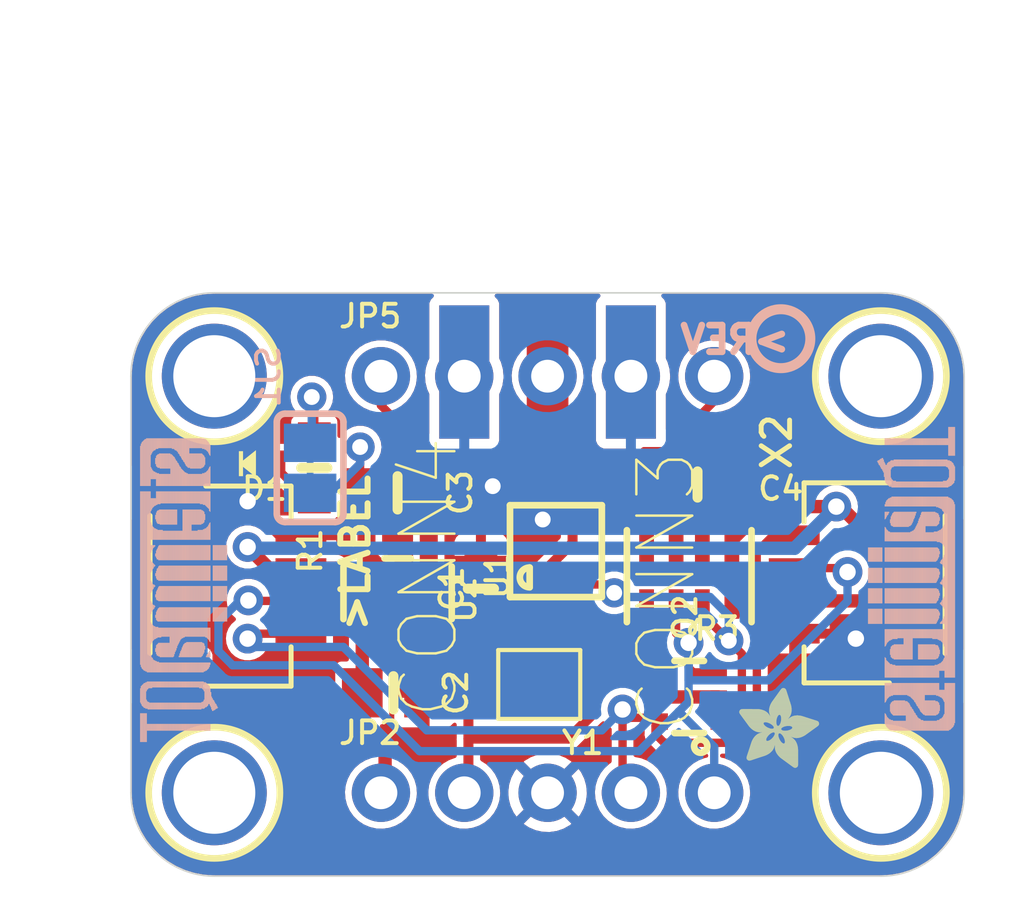
<source format=kicad_pcb>
(kicad_pcb (version 20211014) (generator pcbnew)
  (layers (0 "F.Cu" signal) (31 "B.Cu" signal) (34 "B.Paste" user) (35 "F.Paste" user) (36 "B.SilkS" user "B.Silkscreen") (37 "F.SilkS" user "F.Silkscreen") (38 "B.Mask" user) (39 "F.Mask" user) (44 "Edge.Cuts" user))
  (net 0 "")
  (net 1 "GND")
  (net 2 "SDA")
  (net 3 "SCL")
  (net 4 "SCL_3V")
  (net 5 "SDA_3V")
  (net 6 "3.3V")
  (net 7 "VCC")
  (net 8 "N$1")
  (net 9 "N$2")
  (net 10 "N$3")
  (net 11 "N$4")
  (net 12 "CLK2")
  (net 13 "CLK1")
  (net 14 "CLK0")
  (footprint "eagleBoard:MOUNTINGHOLE_2.5_PLATED" (layer "F.Cu") (at 138.3411 98.6536)
    (fp_text reference "U$1" hide)
    (fp_text value "MOUNTINGHOLE2.5" hide)
    (pad "P$1" thru_hole circle (at 0 0) (size 3.2 3.2) (drill 2.5) (layers *.Cu *.Mask))
    (zone (net 0) (net_name "") (layer "F.Cu") (connect_pads (clearance 0)) (min_thickness 0.254)
      (keepout (tracks not_allowed) (vias not_allowed) (pads not_allowed) (copperpour not_allowed) (footprints allowed))
      (fill (thermal_gap 0.508) (thermal_bridge_width 0.508))
      (polygon (pts (xy 140.3571 98.6536) (xy 140.326472 98.303525) (xy 140.23552 97.964087) (xy 140.087007 97.6456) (xy 139.885446 97.35774) (xy 139.63696 97.109254) (xy 139.3491 96.907693) (xy 139.030613 96.75918) (xy 138.691175 96.668228) (xy 138.3411 96.6376) (xy 137.991025 96.668228) (xy 137.651587 96.75918) (xy 137.3331 96.907693) (xy 137.04524 97.109254) (xy 136.796754 97.35774) (xy 136.595193 97.6456) (xy 136.44668 97.964087) (xy 136.355728 98.303525) (xy 136.3251 98.6536) (xy 136.355728 99.003675) (xy 136.44668 99.343113) (xy 136.595193 99.6616) (xy 136.796754 99.94946) (xy 137.04524 100.197946) (xy 137.3331 100.399507) (xy 137.651587 100.54802) (xy 137.991025 100.638972) (xy 138.3411 100.6696) (xy 138.691175 100.638972) (xy 139.030613 100.54802) (xy 139.3491 100.399507) (xy 139.63696 100.197946) (xy 139.885446 99.94946) (xy 140.087007 99.6616) (xy 140.23552 99.343113) (xy 140.326472 99.003675)))
      (polygon (pts (xy 138.3251 98.6536) (xy 138.325343 98.656378) (xy 138.326065 98.659072) (xy 138.327244 98.6616) (xy 138.328843 98.663885) (xy 138.330815 98.665857) (xy 138.3331 98.667456) (xy 138.335628 98.668635) (xy 138.338322 98.669357) (xy 138.3411 98.6696) (xy 138.343878 98.669357) (xy 138.346572 98.668635) (xy 138.3491 98.667456) (xy 138.351385 98.665857) (xy 138.353357 98.663885) (xy 138.354956 98.6616) (xy 138.356135 98.659072) (xy 138.356857 98.656378) (xy 138.3571 98.6536) (xy 138.356857 98.650822) (xy 138.356135 98.648128) (xy 138.354956 98.6456) (xy 138.353357 98.643315) (xy 138.351385 98.641343) (xy 138.3491 98.639744) (xy 138.346572 98.638565) (xy 138.343878 98.637843) (xy 138.3411 98.6376) (xy 138.338322 98.637843) (xy 138.335628 98.638565) (xy 138.3331 98.639744) (xy 138.330815 98.641343) (xy 138.328843 98.643315) (xy 138.327244 98.6456) (xy 138.326065 98.648128) (xy 138.325343 98.650822)))
    )
    (zone (net 0) (net_name "") (layer "B.Cu") (connect_pads (clearance 0)) (min_thickness 0.254)
      (keepout (tracks not_allowed) (vias not_allowed) (pads not_allowed) (copperpour not_allowed) (footprints allowed))
      (fill (thermal_gap 0.508) (thermal_bridge_width 0.508))
      (polygon (pts (xy 140.3571 98.6536) (xy 140.326472 98.303525) (xy 140.23552 97.964087) (xy 140.087007 97.6456) (xy 139.885446 97.35774) (xy 139.63696 97.109254) (xy 139.3491 96.907693) (xy 139.030613 96.75918) (xy 138.691175 96.668228) (xy 138.3411 96.6376) (xy 137.991025 96.668228) (xy 137.651587 96.75918) (xy 137.3331 96.907693) (xy 137.04524 97.109254) (xy 136.796754 97.35774) (xy 136.595193 97.6456) (xy 136.44668 97.964087) (xy 136.355728 98.303525) (xy 136.3251 98.6536) (xy 136.355728 99.003675) (xy 136.44668 99.343113) (xy 136.595193 99.6616) (xy 136.796754 99.94946) (xy 137.04524 100.197946) (xy 137.3331 100.399507) (xy 137.651587 100.54802) (xy 137.991025 100.638972) (xy 138.3411 100.6696) (xy 138.691175 100.638972) (xy 139.030613 100.54802) (xy 139.3491 100.399507) (xy 139.63696 100.197946) (xy 139.885446 99.94946) (xy 140.087007 99.6616) (xy 140.23552 99.343113) (xy 140.326472 99.003675)))
      (polygon (pts (xy 138.3251 98.6536) (xy 138.325343 98.656378) (xy 138.326065 98.659072) (xy 138.327244 98.6616) (xy 138.328843 98.663885) (xy 138.330815 98.665857) (xy 138.3331 98.667456) (xy 138.335628 98.668635) (xy 138.338322 98.669357) (xy 138.3411 98.6696) (xy 138.343878 98.669357) (xy 138.346572 98.668635) (xy 138.3491 98.667456) (xy 138.351385 98.665857) (xy 138.353357 98.663885) (xy 138.354956 98.6616) (xy 138.356135 98.659072) (xy 138.356857 98.656378) (xy 138.3571 98.6536) (xy 138.356857 98.650822) (xy 138.356135 98.648128) (xy 138.354956 98.6456) (xy 138.353357 98.643315) (xy 138.351385 98.641343) (xy 138.3491 98.639744) (xy 138.346572 98.638565) (xy 138.343878 98.637843) (xy 138.3411 98.6376) (xy 138.338322 98.637843) (xy 138.335628 98.638565) (xy 138.3331 98.639744) (xy 138.330815 98.641343) (xy 138.328843 98.643315) (xy 138.327244 98.6456) (xy 138.326065 98.648128) (xy 138.325343 98.650822)))
    )
  )
  (footprint "eagleBoard:PLABEL4" (layer "F.Cu") (at 153.7081 113.0046)
    (fp_text reference "PLABEL4" hide)
    (fp_text value "" hide)
  )
  (footprint "eagleBoard:PLABEL8" (layer "F.Cu") (at 146.2151 101.3206)
    (fp_text reference "PLABEL8" hide)
    (fp_text value "" hide)
  )
  (footprint "eagleBoard:JST_SH4" (layer "F.Cu") (at 158.0261 105.0036 90)
    (fp_text reference "CONN3" (at -4.6 -5.9 90) (layer "F.SilkS") (effects (font (size 1.703222 1.703222) (thickness 0.074778)) (justify left)))
    (fp_text value "STEMMA_I2C_QT" hide)
    (pad "1" smd rect (at -1.5 -2.006 180) (size 1.55 0.6) (layers "F.Cu" "F.Paste" "F.Mask") (net 1 "GND"))
    (pad "2" smd rect (at -0.5 -2.006 180) (size 1.55 0.6) (layers "F.Cu" "F.Paste" "F.Mask") (net 7 "VCC"))
    (pad "3" smd rect (at 0.5 -2.006 180) (size 1.55 0.6) (layers "F.Cu" "F.Paste" "F.Mask") (net 2 "SDA"))
    (pad "4" smd rect (at 1.5 -2.006 180) (size 1.55 0.6) (layers "F.Cu" "F.Paste" "F.Mask") (net 3 "SCL"))
    (pad "MT1" smd rect (at -2.8 1.894 180) (size 1.8 1.2) (layers "F.Cu" "F.Paste" "F.Mask") (net 1 "GND"))
    (pad "MT2" smd rect (at 2.8 1.894 180) (size 1.8 1.2) (layers "F.Cu" "F.Paste" "F.Mask") (net 1 "GND"))
  )
  (footprint "eagleBoard:0603-NO" (layer "F.Cu") (at 141.3891 101.4476 -90)
    (fp_text reference "R1" (at 1.778 0.127 90) (layer "F.SilkS") (effects (font (size 0.692831 0.692831) (thickness 0.119969)) (justify right)))
    (fp_text value "10K")
    (pad "1" smd rect (at -0.85 0 270) (size 1.075 1) (layers "F.Cu" "F.Paste" "F.Mask") (net 9 "N$2"))
    (pad "2" smd rect (at 0.85 0 270) (size 1.075 1) (layers "F.Cu" "F.Paste" "F.Mask") (net 8 "N$1"))
  )
  (footprint "eagleBoard:FIDUCIAL_1MM" (layer "F.Cu") (at 140.7541 108.6866)
    (fp_text reference "FID3" hide)
    (fp_text value "FIDUCIAL_1MM" hide)
    (pad "1" smd roundrect (at 0 0) (size 1 1) (layers "F.Cu" "F.Mask") (roundrect_rratio 0.5))
  )
  (footprint "eagleBoard:FIDUCIAL_1MM" (layer "F.Cu") (at 155.8671 97.1296)
    (fp_text reference "FID4" hide)
    (fp_text value "FIDUCIAL_1MM" hide)
    (pad "1" smd roundrect (at 0 0) (size 1 1) (layers "F.Cu" "F.Mask") (roundrect_rratio 0.5))
  )
  (footprint "eagleBoard:1X05_ROUND_70" (layer "F.Cu") (at 148.5011 111.3536)
    (fp_text reference "JP2" (at -6.4262 -1.8288) (layer "F.SilkS") (effects (font (size 0.692831 0.692831) (thickness 0.119969)) (justify left)))
    (fp_text value "")
    (pad "1" thru_hole circle (at -5.08 0 90) (size 1.778 1.778) (drill 1) (layers *.Cu *.Mask) (net 7 "VCC"))
    (pad "2" thru_hole circle (at -2.54 0 90) (size 1.778 1.778) (drill 1) (layers *.Cu *.Mask) (net 6 "3.3V"))
    (pad "3" thru_hole circle (at 0 0 90) (size 1.778 1.778) (drill 1) (layers *.Cu *.Mask) (net 1 "GND"))
    (pad "4" thru_hole circle (at 2.54 0 90) (size 1.778 1.778) (drill 1) (layers *.Cu *.Mask) (net 3 "SCL"))
    (pad "5" thru_hole circle (at 5.08 0 90) (size 1.778 1.778) (drill 1) (layers *.Cu *.Mask) (net 2 "SDA"))
  )
  (footprint "eagleBoard:0603-NO" (layer "F.Cu") (at 146.4691 105.1306 90)
    (fp_text reference "C1" (at -0.762 -0.889 90) (layer "F.SilkS") (effects (font (size 0.692831 0.692831) (thickness 0.119969)) (justify left)))
    (fp_text value "0.47uF")
    (pad "1" smd rect (at -0.85 0 90) (size 1.075 1) (layers "F.Cu" "F.Paste" "F.Mask") (net 6 "3.3V"))
    (pad "2" smd rect (at 0.85 0 90) (size 1.075 1) (layers "F.Cu" "F.Paste" "F.Mask") (net 1 "GND"))
  )
  (footprint "eagleBoard:PLABEL6" (layer "F.Cu") (at 143.2941 100.3046)
    (fp_text reference "PLABEL6" hide)
    (fp_text value "" hide)
  )
  (footprint "eagleBoard:SOT23-5" (layer "F.Cu") (at 143.9291 105.2576)
    (fp_text reference "U2" (at 2.032 -0.562 90) (layer "F.SilkS") (effects (font (size 0.692831 0.692831) (thickness 0.119969)) (justify right)))
    (fp_text value "AP2127K-3.3")
    (pad "1" smd rect (at -0.95 1.3001) (size 0.55 1.2) (layers "F.Cu" "F.Paste" "F.Mask") (net 7 "VCC"))
    (pad "2" smd rect (at 0 1.3001) (size 0.55 1.2) (layers "F.Cu" "F.Paste" "F.Mask") (net 1 "GND"))
    (pad "3" smd rect (at 0.95 1.3001) (size 0.55 1.2) (layers "F.Cu" "F.Paste" "F.Mask") (net 7 "VCC"))
    (pad "4" smd rect (at 0.95 -1.3001) (size 0.55 1.2) (layers "F.Cu" "F.Paste" "F.Mask"))
    (pad "5" smd rect (at -0.95 -1.3001) (size 0.55 1.2) (layers "F.Cu" "F.Paste" "F.Mask") (net 6 "3.3V"))
  )
  (footprint "eagleBoard:PLABEL3" (layer "F.Cu") (at 150.6601 109.7026)
    (fp_text reference "PLABEL3" hide)
    (fp_text value "" hide)
  )
  (footprint "eagleBoard:CRYSTAL_2X1.6" (layer "F.Cu") (at 148.2471 108.0516 180)
    (fp_text reference "Y1" (at -2.032 -1.778) (layer "F.SilkS") (effects (font (size 0.692831 0.692831) (thickness 0.119969)) (justify right)))
    (fp_text value "25MHz - Seiko Q22FA1280056900")
    (pad "1" smd rect (at -0.675 0.5 180) (size 0.75 0.7) (layers "F.Cu" "F.Paste" "F.Mask") (net 10 "N$3"))
    (pad "2" smd rect (at 0.675 0.5 180) (size 0.75 0.7) (layers "F.Cu" "F.Paste" "F.Mask"))
    (pad "3" smd rect (at 0.675 -0.5 180) (size 0.75 0.7) (layers "F.Cu" "F.Paste" "F.Mask") (net 11 "N$4"))
    (pad "4" smd rect (at -0.675 -0.5 180) (size 0.75 0.7) (layers "F.Cu" "F.Paste" "F.Mask"))
  )
  (footprint "eagleBoard:MOUNTINGHOLE_2.5_PLATED" (layer "F.Cu") (at 158.6611 98.6536)
    (fp_text reference "U$17" hide)
    (fp_text value "MOUNTINGHOLE2.5" hide)
    (pad "P$1" thru_hole circle (at 0 0) (size 3.2 3.2) (drill 2.5) (layers *.Cu *.Mask))
    (zone (net 0) (net_name "") (layer "F.Cu") (connect_pads (clearance 0)) (min_thickness 0.254)
      (keepout (tracks not_allowed) (vias not_allowed) (pads not_allowed) (copperpour not_allowed) (footprints allowed))
      (fill (thermal_gap 0.508) (thermal_bridge_width 0.508))
      (polygon (pts (xy 160.6771 98.6536) (xy 160.646472 98.303525) (xy 160.55552 97.964087) (xy 160.407007 97.6456) (xy 160.205446 97.35774) (xy 159.95696 97.109254) (xy 159.6691 96.907693) (xy 159.350613 96.75918) (xy 159.011175 96.668228) (xy 158.6611 96.6376) (xy 158.311025 96.668228) (xy 157.971587 96.75918) (xy 157.6531 96.907693) (xy 157.36524 97.109254) (xy 157.116754 97.35774) (xy 156.915193 97.6456) (xy 156.76668 97.964087) (xy 156.675728 98.303525) (xy 156.6451 98.6536) (xy 156.675728 99.003675) (xy 156.76668 99.343113) (xy 156.915193 99.6616) (xy 157.116754 99.94946) (xy 157.36524 100.197946) (xy 157.6531 100.399507) (xy 157.971587 100.54802) (xy 158.311025 100.638972) (xy 158.6611 100.6696) (xy 159.011175 100.638972) (xy 159.350613 100.54802) (xy 159.6691 100.399507) (xy 159.95696 100.197946) (xy 160.205446 99.94946) (xy 160.407007 99.6616) (xy 160.55552 99.343113) (xy 160.646472 99.003675)))
      (polygon (pts (xy 158.6451 98.6536) (xy 158.645343 98.656378) (xy 158.646065 98.659072) (xy 158.647244 98.6616) (xy 158.648843 98.663885) (xy 158.650815 98.665857) (xy 158.6531 98.667456) (xy 158.655628 98.668635) (xy 158.658322 98.669357) (xy 158.6611 98.6696) (xy 158.663878 98.669357) (xy 158.666572 98.668635) (xy 158.6691 98.667456) (xy 158.671385 98.665857) (xy 158.673357 98.663885) (xy 158.674956 98.6616) (xy 158.676135 98.659072) (xy 158.676857 98.656378) (xy 158.6771 98.6536) (xy 158.676857 98.650822) (xy 158.676135 98.648128) (xy 158.674956 98.6456) (xy 158.673357 98.643315) (xy 158.671385 98.641343) (xy 158.6691 98.639744) (xy 158.666572 98.638565) (xy 158.663878 98.637843) (xy 158.6611 98.6376) (xy 158.658322 98.637843) (xy 158.655628 98.638565) (xy 158.6531 98.639744) (xy 158.650815 98.641343) (xy 158.648843 98.643315) (xy 158.647244 98.6456) (xy 158.646065 98.648128) (xy 158.645343 98.650822)))
    )
    (zone (net 0) (net_name "") (layer "B.Cu") (connect_pads (clearance 0)) (min_thickness 0.254)
      (keepout (tracks not_allowed) (vias not_allowed) (pads not_allowed) (copperpour not_allowed) (footprints allowed))
      (fill (thermal_gap 0.508) (thermal_bridge_width 0.508))
      (polygon (pts (xy 160.6771 98.6536) (xy 160.646472 98.303525) (xy 160.55552 97.964087) (xy 160.407007 97.6456) (xy 160.205446 97.35774) (xy 159.95696 97.109254) (xy 159.6691 96.907693) (xy 159.350613 96.75918) (xy 159.011175 96.668228) (xy 158.6611 96.6376) (xy 158.311025 96.668228) (xy 157.971587 96.75918) (xy 157.6531 96.907693) (xy 157.36524 97.109254) (xy 157.116754 97.35774) (xy 156.915193 97.6456) (xy 156.76668 97.964087) (xy 156.675728 98.303525) (xy 156.6451 98.6536) (xy 156.675728 99.003675) (xy 156.76668 99.343113) (xy 156.915193 99.6616) (xy 157.116754 99.94946) (xy 157.36524 100.197946) (xy 157.6531 100.399507) (xy 157.971587 100.54802) (xy 158.311025 100.638972) (xy 158.6611 100.6696) (xy 159.011175 100.638972) (xy 159.350613 100.54802) (xy 159.6691 100.399507) (xy 159.95696 100.197946) (xy 160.205446 99.94946) (xy 160.407007 99.6616) (xy 160.55552 99.343113) (xy 160.646472 99.003675)))
      (polygon (pts (xy 158.6451 98.6536) (xy 158.645343 98.656378) (xy 158.646065 98.659072) (xy 158.647244 98.6616) (xy 158.648843 98.663885) (xy 158.650815 98.665857) (xy 158.6531 98.667456) (xy 158.655628 98.668635) (xy 158.658322 98.669357) (xy 158.6611 98.6696) (xy 158.663878 98.669357) (xy 158.666572 98.668635) (xy 158.6691 98.667456) (xy 158.671385 98.665857) (xy 158.673357 98.663885) (xy 158.674956 98.6616) (xy 158.676135 98.659072) (xy 158.676857 98.656378) (xy 158.6771 98.6536) (xy 158.676857 98.650822) (xy 158.676135 98.648128) (xy 158.674956 98.6456) (xy 158.673357 98.643315) (xy 158.671385 98.641343) (xy 158.6691 98.639744) (xy 158.666572 98.638565) (xy 158.663878 98.637843) (xy 158.6611 98.6376) (xy 158.658322 98.637843) (xy 158.655628 98.638565) (xy 158.6531 98.639744) (xy 158.650815 98.641343) (xy 158.648843 98.643315) (xy 158.647244 98.6456) (xy 158.646065 98.648128) (xy 158.645343 98.650822)))
    )
  )
  (footprint "eagleBoard:MOUNTINGHOLE_2.5_PLATED" (layer "F.Cu") (at 138.3411 111.3536)
    (fp_text reference "U$19" hide)
    (fp_text value "MOUNTINGHOLE2.5" hide)
    (pad "P$1" thru_hole circle (at 0 0) (size 3.2 3.2) (drill 2.5) (layers *.Cu *.Mask))
    (zone (net 0) (net_name "") (layer "F.Cu") (connect_pads (clearance 0)) (min_thickness 0.254)
      (keepout (tracks not_allowed) (vias not_allowed) (pads not_allowed) (copperpour not_allowed) (footprints allowed))
      (fill (thermal_gap 0.508) (thermal_bridge_width 0.508))
      (polygon (pts (xy 140.3571 111.3536) (xy 140.326472 111.003525) (xy 140.23552 110.664087) (xy 140.087007 110.3456) (xy 139.885446 110.05774) (xy 139.63696 109.809254) (xy 139.3491 109.607693) (xy 139.030613 109.45918) (xy 138.691175 109.368228) (xy 138.3411 109.3376) (xy 137.991025 109.368228) (xy 137.651587 109.45918) (xy 137.3331 109.607693) (xy 137.04524 109.809254) (xy 136.796754 110.05774) (xy 136.595193 110.3456) (xy 136.44668 110.664087) (xy 136.355728 111.003525) (xy 136.3251 111.3536) (xy 136.355728 111.703675) (xy 136.44668 112.043113) (xy 136.595193 112.3616) (xy 136.796754 112.64946) (xy 137.04524 112.897946) (xy 137.3331 113.099507) (xy 137.651587 113.24802) (xy 137.991025 113.338972) (xy 138.3411 113.3696) (xy 138.691175 113.338972) (xy 139.030613 113.24802) (xy 139.3491 113.099507) (xy 139.63696 112.897946) (xy 139.885446 112.64946) (xy 140.087007 112.3616) (xy 140.23552 112.043113) (xy 140.326472 111.703675)))
      (polygon (pts (xy 138.3251 111.3536) (xy 138.325343 111.356378) (xy 138.326065 111.359072) (xy 138.327244 111.3616) (xy 138.328843 111.363885) (xy 138.330815 111.365857) (xy 138.3331 111.367456) (xy 138.335628 111.368635) (xy 138.338322 111.369357) (xy 138.3411 111.3696) (xy 138.343878 111.369357) (xy 138.346572 111.368635) (xy 138.3491 111.367456) (xy 138.351385 111.365857) (xy 138.353357 111.363885) (xy 138.354956 111.3616) (xy 138.356135 111.359072) (xy 138.356857 111.356378) (xy 138.3571 111.3536) (xy 138.356857 111.350822) (xy 138.356135 111.348128) (xy 138.354956 111.3456) (xy 138.353357 111.343315) (xy 138.351385 111.341343) (xy 138.3491 111.339744) (xy 138.346572 111.338565) (xy 138.343878 111.337843) (xy 138.3411 111.3376) (xy 138.338322 111.337843) (xy 138.335628 111.338565) (xy 138.3331 111.339744) (xy 138.330815 111.341343) (xy 138.328843 111.343315) (xy 138.327244 111.3456) (xy 138.326065 111.348128) (xy 138.325343 111.350822)))
    )
    (zone (net 0) (net_name "") (layer "B.Cu") (connect_pads (clearance 0)) (min_thickness 0.254)
      (keepout (tracks not_allowed) (vias not_allowed) (pads not_allowed) (copperpour not_allowed) (footprints allowed))
      (fill (thermal_gap 0.508) (thermal_bridge_width 0.508))
      (polygon (pts (xy 140.3571 111.3536) (xy 140.326472 111.003525) (xy 140.23552 110.664087) (xy 140.087007 110.3456) (xy 139.885446 110.05774) (xy 139.63696 109.809254) (xy 139.3491 109.607693) (xy 139.030613 109.45918) (xy 138.691175 109.368228) (xy 138.3411 109.3376) (xy 137.991025 109.368228) (xy 137.651587 109.45918) (xy 137.3331 109.607693) (xy 137.04524 109.809254) (xy 136.796754 110.05774) (xy 136.595193 110.3456) (xy 136.44668 110.664087) (xy 136.355728 111.003525) (xy 136.3251 111.3536) (xy 136.355728 111.703675) (xy 136.44668 112.043113) (xy 136.595193 112.3616) (xy 136.796754 112.64946) (xy 137.04524 112.897946) (xy 137.3331 113.099507) (xy 137.651587 113.24802) (xy 137.991025 113.338972) (xy 138.3411 113.3696) (xy 138.691175 113.338972) (xy 139.030613 113.24802) (xy 139.3491 113.099507) (xy 139.63696 112.897946) (xy 139.885446 112.64946) (xy 140.087007 112.3616) (xy 140.23552 112.043113) (xy 140.326472 111.703675)))
      (polygon (pts (xy 138.3251 111.3536) (xy 138.325343 111.356378) (xy 138.326065 111.359072) (xy 138.327244 111.3616) (xy 138.328843 111.363885) (xy 138.330815 111.365857) (xy 138.3331 111.367456) (xy 138.335628 111.368635) (xy 138.338322 111.369357) (xy 138.3411 111.3696) (xy 138.343878 111.369357) (xy 138.346572 111.368635) (xy 138.3491 111.367456) (xy 138.351385 111.365857) (xy 138.353357 111.363885) (xy 138.354956 111.3616) (xy 138.356135 111.359072) (xy 138.356857 111.356378) (xy 138.3571 111.3536) (xy 138.356857 111.350822) (xy 138.356135 111.348128) (xy 138.354956 111.3456) (xy 138.353357 111.343315) (xy 138.351385 111.341343) (xy 138.3491 111.339744) (xy 138.346572 111.338565) (xy 138.343878 111.337843) (xy 138.3411 111.3376) (xy 138.338322 111.337843) (xy 138.335628 111.338565) (xy 138.3331 111.339744) (xy 138.330815 111.341343) (xy 138.328843 111.343315) (xy 138.327244 111.3456) (xy 138.326065 111.348128) (xy 138.325343 111.350822)))
    )
  )
  (footprint "eagleBoard:ADAFRUIT_2.5MM" (layer "F.Cu") (at 154.3431 110.5916)
    (fp_text reference "U$9" hide)
    (fp_text value "" hide)
  )
  (footprint "eagleBoard:MOUNTINGHOLE_2.5_PLATED" (layer "F.Cu") (at 158.6611 111.3536)
    (fp_text reference "U$21" hide)
    (fp_text value "MOUNTINGHOLE2.5" hide)
    (pad "P$1" thru_hole circle (at 0 0) (size 3.2 3.2) (drill 2.5) (layers *.Cu *.Mask))
    (zone (net 0) (net_name "") (layer "F.Cu") (connect_pads (clearance 0)) (min_thickness 0.254)
      (keepout (tracks not_allowed) (vias not_allowed) (pads not_allowed) (copperpour not_allowed) (footprints allowed))
      (fill (thermal_gap 0.508) (thermal_bridge_width 0.508))
      (polygon (pts (xy 160.6771 111.3536) (xy 160.646472 111.003525) (xy 160.55552 110.664087) (xy 160.407007 110.3456) (xy 160.205446 110.05774) (xy 159.95696 109.809254) (xy 159.6691 109.607693) (xy 159.350613 109.45918) (xy 159.011175 109.368228) (xy 158.6611 109.3376) (xy 158.311025 109.368228) (xy 157.971587 109.45918) (xy 157.6531 109.607693) (xy 157.36524 109.809254) (xy 157.116754 110.05774) (xy 156.915193 110.3456) (xy 156.76668 110.664087) (xy 156.675728 111.003525) (xy 156.6451 111.3536) (xy 156.675728 111.703675) (xy 156.76668 112.043113) (xy 156.915193 112.3616) (xy 157.116754 112.64946) (xy 157.36524 112.897946) (xy 157.6531 113.099507) (xy 157.971587 113.24802) (xy 158.311025 113.338972) (xy 158.6611 113.3696) (xy 159.011175 113.338972) (xy 159.350613 113.24802) (xy 159.6691 113.099507) (xy 159.95696 112.897946) (xy 160.205446 112.64946) (xy 160.407007 112.3616) (xy 160.55552 112.043113) (xy 160.646472 111.703675)))
      (polygon (pts (xy 158.6451 111.3536) (xy 158.645343 111.356378) (xy 158.646065 111.359072) (xy 158.647244 111.3616) (xy 158.648843 111.363885) (xy 158.650815 111.365857) (xy 158.6531 111.367456) (xy 158.655628 111.368635) (xy 158.658322 111.369357) (xy 158.6611 111.3696) (xy 158.663878 111.369357) (xy 158.666572 111.368635) (xy 158.6691 111.367456) (xy 158.671385 111.365857) (xy 158.673357 111.363885) (xy 158.674956 111.3616) (xy 158.676135 111.359072) (xy 158.676857 111.356378) (xy 158.6771 111.3536) (xy 158.676857 111.350822) (xy 158.676135 111.348128) (xy 158.674956 111.3456) (xy 158.673357 111.343315) (xy 158.671385 111.341343) (xy 158.6691 111.339744) (xy 158.666572 111.338565) (xy 158.663878 111.337843) (xy 158.6611 111.3376) (xy 158.658322 111.337843) (xy 158.655628 111.338565) (xy 158.6531 111.339744) (xy 158.650815 111.341343) (xy 158.648843 111.343315) (xy 158.647244 111.3456) (xy 158.646065 111.348128) (xy 158.645343 111.350822)))
    )
    (zone (net 0) (net_name "") (layer "B.Cu") (connect_pads (clearance 0)) (min_thickness 0.254)
      (keepout (tracks not_allowed) (vias not_allowed) (pads not_allowed) (copperpour not_allowed) (footprints allowed))
      (fill (thermal_gap 0.508) (thermal_bridge_width 0.508))
      (polygon (pts (xy 160.6771 111.3536) (xy 160.646472 111.003525) (xy 160.55552 110.664087) (xy 160.407007 110.3456) (xy 160.205446 110.05774) (xy 159.95696 109.809254) (xy 159.6691 109.607693) (xy 159.350613 109.45918) (xy 159.011175 109.368228) (xy 158.6611 109.3376) (xy 158.311025 109.368228) (xy 157.971587 109.45918) (xy 157.6531 109.607693) (xy 157.36524 109.809254) (xy 157.116754 110.05774) (xy 156.915193 110.3456) (xy 156.76668 110.664087) (xy 156.675728 111.003525) (xy 156.6451 111.3536) (xy 156.675728 111.703675) (xy 156.76668 112.043113) (xy 156.915193 112.3616) (xy 157.116754 112.64946) (xy 157.36524 112.897946) (xy 157.6531 113.099507) (xy 157.971587 113.24802) (xy 158.311025 113.338972) (xy 158.6611 113.3696) (xy 159.011175 113.338972) (xy 159.350613 113.24802) (xy 159.6691 113.099507) (xy 159.95696 112.897946) (xy 160.205446 112.64946) (xy 160.407007 112.3616) (xy 160.55552 112.043113) (xy 160.646472 111.703675)))
      (polygon (pts (xy 158.6451 111.3536) (xy 158.645343 111.356378) (xy 158.646065 111.359072) (xy 158.647244 111.3616) (xy 158.648843 111.363885) (xy 158.650815 111.365857) (xy 158.6531 111.367456) (xy 158.655628 111.368635) (xy 158.658322 111.369357) (xy 158.6611 111.3696) (xy 158.663878 111.369357) (xy 158.666572 111.368635) (xy 158.6691 111.367456) (xy 158.671385 111.365857) (xy 158.673357 111.363885) (xy 158.674956 111.3616) (xy 158.676135 111.359072) (xy 158.676857 111.356378) (xy 158.6771 111.3536) (xy 158.676857 111.350822) (xy 158.676135 111.348128) (xy 158.674956 111.3456) (xy 158.673357 111.343315) (xy 158.671385 111.341343) (xy 158.6691 111.339744) (xy 158.666572 111.338565) (xy 158.663878 111.337843) (xy 158.6611 111.3376) (xy 158.658322 111.337843) (xy 158.655628 111.338565) (xy 158.6531 111.339744) (xy 158.650815 111.341343) (xy 158.648843 111.343315) (xy 158.647244 111.3456) (xy 158.646065 111.348128) (xy 158.645343 111.350822)))
    )
  )
  (footprint "eagleBoard:RESPACK_4X0603" (layer "F.Cu") (at 152.8191 104.7496 180)
    (fp_text reference "R3" (at -1.6 -1.6) (layer "F.SilkS") (effects (font (size 0.692831 0.692831) (thickness 0.119969)) (justify right)))
    (fp_text value "10K pack")
    (pad "1" smd rect (at -1.3 0.85 180) (size 0.45 0.9) (layers "F.Cu" "F.Paste" "F.Mask") (net 7 "VCC"))
    (pad "2" smd rect (at -0.4 0.85 180) (size 0.45 0.9) (layers "F.Cu" "F.Paste" "F.Mask") (net 6 "3.3V"))
    (pad "3" smd rect (at 0.4 0.85 180) (size 0.45 0.9) (layers "F.Cu" "F.Paste" "F.Mask") (net 7 "VCC"))
    (pad "4" smd rect (at 1.3 0.85 180) (size 0.45 0.9) (layers "F.Cu" "F.Paste" "F.Mask") (net 6 "3.3V"))
    (pad "5" smd rect (at 1.3 -0.85 180) (size 0.45 0.9) (layers "F.Cu" "F.Paste" "F.Mask") (net 5 "SDA_3V"))
    (pad "6" smd rect (at 0.4 -0.85 180) (size 0.45 0.9) (layers "F.Cu" "F.Paste" "F.Mask") (net 2 "SDA"))
    (pad "7" smd rect (at -0.4 -0.85 180) (size 0.45 0.9) (layers "F.Cu" "F.Paste" "F.Mask") (net 4 "SCL_3V"))
    (pad "8" smd rect (at -1.3 -0.85 180) (size 0.45 0.9) (layers "F.Cu" "F.Paste" "F.Mask") (net 3 "SCL"))
  )
  (footprint "eagleBoard:SOT363" (layer "F.Cu") (at 152.8191 108.4326 90)
    (fp_text reference "Q2" (at 1.651 -0.127 90) (layer "F.SilkS") (effects (font (size 0.692831 0.692831) (thickness 0.119969)) (justify left)))
    (fp_text value "BSS138")
    (pad "1" smd rect (at -0.75 0.9 90) (size 0.5 0.5) (layers "F.Cu" "F.Paste" "F.Mask") (net 4 "SCL_3V"))
    (pad "2" smd rect (at 0 0.9 90) (size 0.4 0.5) (layers "F.Cu" "F.Paste" "F.Mask") (net 6 "3.3V"))
    (pad "3" smd rect (at 0.75 0.9 90) (size 0.5 0.5) (layers "F.Cu" "F.Paste" "F.Mask") (net 2 "SDA"))
    (pad "4" smd rect (at 0.75 -0.9 90) (size 0.5 0.5) (layers "F.Cu" "F.Paste" "F.Mask") (net 5 "SDA_3V"))
    (pad "5" smd rect (at 0 -0.9 90) (size 0.4 0.5) (layers "F.Cu" "F.Paste" "F.Mask") (net 6 "3.3V"))
    (pad "6" smd rect (at -0.75 -0.9 90) (size 0.5 0.5) (layers "F.Cu" "F.Paste" "F.Mask") (net 3 "SCL"))
  )
  (footprint "eagleBoard:JST_SH4" (layer "F.Cu") (at 138.9761 105.0036 -90)
    (fp_text reference "CONN4" (at -4.6 -5.9 90) (layer "F.SilkS") (effects (font (size 1.703222 1.703222) (thickness 0.074778)) (justify right)))
    (fp_text value "STEMMA_I2C_QT" hide)
    (pad "1" smd rect (at -1.5 -2.006) (size 1.55 0.6) (layers "F.Cu" "F.Paste" "F.Mask") (net 1 "GND"))
    (pad "2" smd rect (at -0.5 -2.006) (size 1.55 0.6) (layers "F.Cu" "F.Paste" "F.Mask") (net 7 "VCC"))
    (pad "3" smd rect (at 0.5 -2.006) (size 1.55 0.6) (layers "F.Cu" "F.Paste" "F.Mask") (net 2 "SDA"))
    (pad "4" smd rect (at 1.5 -2.006) (size 1.55 0.6) (layers "F.Cu" "F.Paste" "F.Mask") (net 3 "SCL"))
    (pad "MT1" smd rect (at -2.8 1.894) (size 1.8 1.2) (layers "F.Cu" "F.Paste" "F.Mask") (net 1 "GND"))
    (pad "MT2" smd rect (at 2.8 1.894) (size 1.8 1.2) (layers "F.Cu" "F.Paste" "F.Mask") (net 1 "GND"))
  )
  (footprint "eagleBoard:0805-NO" (layer "F.Cu") (at 143.8021 108.3056)
    (fp_text reference "C2" (at 1.905 -0.762 90) (layer "F.SilkS") (effects (font (size 0.692831 0.692831) (thickness 0.119969)) (justify right)))
    (fp_text value "10uF")
    (pad "1" smd rect (at -0.95 0) (size 1.24 1.5) (layers "F.Cu" "F.Paste" "F.Mask") (net 7 "VCC"))
    (pad "2" smd rect (at 0.95 0) (size 1.24 1.5) (layers "F.Cu" "F.Paste" "F.Mask") (net 1 "GND"))
  )
  (footprint "eagleBoard:0603-NO" (layer "F.Cu") (at 153.0731 101.9556)
    (fp_text reference "C4" (at 1.778 0.127) (layer "F.SilkS") (effects (font (size 0.692831 0.692831) (thickness 0.119969)) (justify left)))
    (fp_text value "0.47uF")
    (pad "1" smd rect (at -0.85 0) (size 1.075 1) (layers "F.Cu" "F.Paste" "F.Mask") (net 6 "3.3V"))
    (pad "2" smd rect (at 0.85 0) (size 1.075 1) (layers "F.Cu" "F.Paste" "F.Mask") (net 1 "GND"))
  )
  (footprint "eagleBoard:CHIPLED_0603_NOOUTLINE" (layer "F.Cu") (at 139.3571 101.3206 90)
    (fp_text reference "D1" (at -0.762 1.27) (layer "F.SilkS") (effects (font (size 0.692831 0.692831) (thickness 0.119969)) (justify right)))
    (fp_text value "GREEN")
    (pad "A" smd rect (at 0 0.75 90) (size 0.8 0.8) (layers "F.Cu" "F.Paste" "F.Mask") (net 8 "N$1"))
    (pad "C" smd rect (at 0 -0.75 90) (size 0.8 0.8) (layers "F.Cu" "F.Paste" "F.Mask") (net 1 "GND"))
  )
  (footprint "eagleBoard:PLABEL5" (layer "F.Cu") (at 135.9281 101.4476)
    (fp_text reference "PLABEL5" hide)
    (fp_text value "" hide)
  )
  (footprint "eagleBoard:PLABEL0" (layer "F.Cu") (at 143.2941 113.0046)
    (fp_text reference "PLABEL0" hide)
    (fp_text value "" hide)
  )
  (footprint "eagleBoard:1X05_ROUND_70" (layer "F.Cu") (at 148.5011 98.6536)
    (fp_text reference "JP5" (at -6.4262 -1.8288) (layer "F.SilkS") (effects (font (size 0.692831 0.692831) (thickness 0.119969)) (justify left)))
    (fp_text value "")
    (pad "1" thru_hole circle (at -5.08 0 90) (size 1.778 1.778) (drill 1) (layers *.Cu *.Mask) (net 14 "CLK0"))
    (pad "2" thru_hole circle (at -2.54 0 90) (size 1.778 1.778) (drill 1) (layers *.Cu *.Mask) (net 1 "GND"))
    (pad "3" thru_hole circle (at 0 0 90) (size 1.778 1.778) (drill 1) (layers *.Cu *.Mask) (net 13 "CLK1"))
    (pad "4" thru_hole circle (at 2.54 0 90) (size 1.778 1.778) (drill 1) (layers *.Cu *.Mask) (net 1 "GND"))
    (pad "5" thru_hole circle (at 5.08 0 90) (size 1.778 1.778) (drill 1) (layers *.Cu *.Mask) (net 12 "CLK2"))
  )
  (footprint "eagleBoard:PLABEL9" (layer "F.Cu") (at 150.7871 101.3206)
    (fp_text reference "PLABEL9" hide)
    (fp_text value "" hide)
  )
  (footprint "eagleBoard:PLABEL1" (layer "F.Cu") (at 145.9611 109.7026)
    (fp_text reference "PLABEL1" hide)
    (fp_text value "" hide)
  )
  (footprint "eagleBoard:SMA_EDGELAUNCH" (layer "F.Cu") (at 148.5011 96.4946 -90)
    (fp_text reference "X2" (at 5.08 -6.985 90) (layer "F.SilkS") (effects (font (size 0.866038 0.866038) (thickness 0.149962)) (justify left)))
    (fp_text value "SMA")
    (fp_text user ">LABEL" (at 5.08 6.35 -90) (layer "F.SilkS") (effects (font (size 0.83312 0.83312) (thickness 0.18288)) (justify right top)))
    (pad "GND@1" smd rect (at 2.032 2.54) (size 1.524 4.064) (layers "F.Cu" "F.Mask") (net 1 "GND"))
    (pad "GND@2" smd rect (at 2.032 -2.54) (size 1.524 4.064) (layers "F.Cu" "F.Mask") (net 1 "GND"))
    (pad "GND@3" smd rect (at 2.032 -2.54) (size 1.524 4.064) (layers "B.Cu" "B.Mask") (net 1 "GND"))
    (pad "GND@4" smd rect (at 2.032 2.54) (size 1.524 4.064) (layers "B.Cu" "B.Mask") (net 1 "GND"))
    (pad "P" smd rect (at 2.032 0) (size 1.27 4.064) (layers "F.Cu" "F.Mask") (net 13 "CLK1"))
  )
  (footprint "eagleBoard:0805-NO" (layer "F.Cu") (at 143.9291 102.2096)
    (fp_text reference "C3" (at 1.905 -0.762 90) (layer "F.SilkS") (effects (font (size 0.692831 0.692831) (thickness 0.119969)) (justify right)))
    (fp_text value "10uF")
    (pad "1" smd rect (at -0.95 0) (size 1.24 1.5) (layers "F.Cu" "F.Paste" "F.Mask") (net 6 "3.3V"))
    (pad "2" smd rect (at 0.95 0) (size 1.24 1.5) (layers "F.Cu" "F.Paste" "F.Mask") (net 1 "GND"))
  )
  (footprint "eagleBoard:MSOP10" (layer "F.Cu") (at 148.7551 103.9876)
    (fp_text reference "U1" (at -1.778 1.524 90) (layer "F.SilkS") (effects (font (size 0.692831 0.692831) (thickness 0.119969)) (justify left)))
    (fp_text value "Si5351A-B-GT")
    (pad "1" smd rect (at -1 2.1131) (size 0.25 1) (layers "F.Cu" "F.Paste" "F.Mask") (net 6 "3.3V"))
    (pad "2" smd rect (at -0.5 2.1131) (size 0.25 1) (layers "F.Cu" "F.Paste" "F.Mask") (net 11 "N$4"))
    (pad "3" smd rect (at 0 2.1131) (size 0.25 1) (layers "F.Cu" "F.Paste" "F.Mask") (net 10 "N$3"))
    (pad "4" smd rect (at 0.5 2.1131) (size 0.25 1) (layers "F.Cu" "F.Paste" "F.Mask") (net 4 "SCL_3V"))
    (pad "5" smd rect (at 1 2.1131) (size 0.25 1) (layers "F.Cu" "F.Paste" "F.Mask") (net 5 "SDA_3V"))
    (pad "6" smd rect (at 1 -2.1131 180) (size 0.25 1) (layers "F.Cu" "F.Paste" "F.Mask") (net 12 "CLK2"))
    (pad "7" smd rect (at 0.5 -2.1131 180) (size 0.25 1) (layers "F.Cu" "F.Paste" "F.Mask") (net 6 "3.3V"))
    (pad "8" smd rect (at 0 -2.1131 180) (size 0.25 1) (layers "F.Cu" "F.Paste" "F.Mask") (net 1 "GND"))
    (pad "9" smd rect (at -0.5 -2.1131 180) (size 0.25 1) (layers "F.Cu" "F.Paste" "F.Mask") (net 13 "CLK1"))
    (pad "10" smd rect (at -1 -2.1131 180) (size 0.25 1) (layers "F.Cu" "F.Paste" "F.Mask") (net 14 "CLK0"))
  )
  (footprint "eagleBoard:PLABEL7" (layer "F.Cu") (at 153.4541 100.4316)
    (fp_text reference "PLABEL7" hide)
    (fp_text value "" hide)
  )
  (footprint "eagleBoard:PLABEL2" (layer "F.Cu") (at 148.5011 113.0046)
    (fp_text reference "PLABEL2" hide)
    (fp_text value "" hide)
  )
  (footprint "eagleBoard:PLABEL11" (layer "B.Cu") (at 148.5011 112.8776 180)
    (fp_text reference "PLABEL11" hide)
    (fp_text value "" hide)
  )
  (footprint "eagleBoard:SOLDERJUMPER_CLOSEDWIRE" (layer "B.Cu") (at 141.2621 101.4476 -90)
    (fp_text reference "SJ1" (at -1.778 1.27 -270) (layer "B.SilkS") (effects (font (size 0.692831 0.692831) (thickness 0.119969)) (justify right mirror)))
    (fp_text value "")
    (pad "1" smd rect (at -0.762 0 270) (size 1.1684 1.6002) (layers "B.Cu") (net 9 "N$2"))
    (pad "2" smd rect (at 0.762 0 270) (size 1.1684 1.6002) (layers "B.Cu") (net 6 "3.3V"))
    (pad "WIRE" smd rect (at 0 0 90) (size 0.635 0.2032) (layers "B.Cu"))
  )
  (footprint "eagleBoard:PLABEL12" (layer "B.Cu") (at 141.2621 97.7646 90)
    (fp_text reference "PLABEL12" hide)
    (fp_text value "" hide)
  )
  (footprint "eagleBoard:PLABEL10" (layer "B.Cu") (at 148.2471 105.7656 180)
    (fp_text reference "PLABEL10" hide)
    (fp_text value "" hide)
  )
  (footprint "eagleBoard:PLABEL15" (layer "B.Cu") (at 151.0411 101.3206 180)
    (fp_text reference "PLABEL15" hide)
    (fp_text value "" hide)
  )
  (footprint "eagleBoard:PLABEL16" (layer "B.Cu") (at 148.5011 100.6856 180)
    (fp_text reference "PLABEL16" hide)
    (fp_text value "" hide)
  )
  (footprint "eagleBoard:PLABEL13" (layer "B.Cu") (at 148.2471 109.7026 180)
    (fp_text reference "PLABEL13" hide)
    (fp_text value "" hide)
  )
  (footprint "eagleBoard:STEMMAQT" (layer "B.Cu") (at 138.7221 100.5586 -90)
    (fp_text reference "U$31" hide)
    (fp_text value "" hide)
  )
  (footprint "eagleBoard:PLABEL17" (layer "B.Cu") (at 145.9611 101.3206 180)
    (fp_text reference "PLABEL17" hide)
    (fp_text value "" hide)
  )
  (footprint "eagleBoard:PLABEL18" (layer "B.Cu") (at 143.4211 100.6856 180)
    (fp_text reference "PLABEL18" hide)
    (fp_text value "" hide)
  )
  (footprint "eagleBoard:PLABEL14" (layer "B.Cu") (at 153.5811 100.6856 180)
    (fp_text reference "PLABEL14" hide)
    (fp_text value "" hide)
  )
  (footprint "eagleBoard:STEMMAQT" (layer "B.Cu") (at 158.2801 109.4486 90)
    (fp_text reference "U$30" hide)
    (fp_text value "" hide)
  )
  (footprint "eagleBoard:PCBFEAT-REV-040" (layer "B.Cu") (at 155.6131 97.5106 180)
    (fp_text reference "U$25" hide)
    (fp_text value "" hide)
    (fp_text user ">REV" (at -0.3556 -0.508) (layer "B.SilkS") (effects (font (size 0.8128 0.8128) (thickness 0.2032)) (justify left bottom mirror)))
  )
  (gr_line (start 161.2011 111.3536) (end 161.2011 98.6536) (layer "Edge.Cuts") (width 0.05))
  (gr_line (start 135.8011 98.6536) (end 135.8011 111.3536) (layer "Edge.Cuts") (width 0.05))
  (gr_arc (start 158.6611 96.1136) (mid 160.457151 96.857549) (end 161.2011 98.6536) (layer "Edge.Cuts") (width 0.05))
  (gr_arc (start 138.3411 113.8936) (mid 136.545049 113.149651) (end 135.8011 111.3536) (layer "Edge.Cuts") (width 0.05))
  (gr_arc (start 161.2011 111.3536) (mid 160.457151 113.149651) (end 158.6611 113.8936) (layer "Edge.Cuts") (width 0.05))
  (gr_line (start 138.3411 113.8936) (end 158.6611 113.8936) (layer "Edge.Cuts") (width 0.05))
  (gr_line (start 158.6611 96.1136) (end 138.3411 96.1136) (layer "Edge.Cuts") (width 0.05))
  (gr_arc (start 135.8011 98.6536) (mid 136.545049 96.857549) (end 138.3411 96.1136) (layer "Edge.Cuts") (width 0.05))
  (segment (start 140.3971 103.5036) (end 139.3571 102.4636) (width 0.4064) (layer "F.Cu") (net 1))
  (segment (start 145.9611 98.5266) (end 145.9611 98.1456) (width 0.3048) (layer "F.Cu") (net 1))
  (segment (start 144.7521 108.3056) (end 144.1831 107.7366) (width 0.4064) (layer "F.Cu") (net 1))
  (segment (start 144.1831 106.8117) (end 144.1831 107.7366) (width 0.4064) (layer "F.Cu") (net 1))
  (segment (start 145.9611 98.1456) (end 146.2151 97.8916) (width 0.3048) (layer "F.Cu") (net 1))
  (segment (start 140.9821 103.5036) (end 140.3971 103.5036) (width 0.4064) (layer "F.Cu") (net 1))
  (segment (start 146.2151 98.2726) (end 145.9611 98.5266) (width 0.3048) (layer "F.Cu") (net 1))
  (segment (start 146.2151 97.8916) (end 146.2151 98.2726) (width 0.3048) (layer "F.Cu") (net 1))
  (segment (start 143.9291 106.5577) (end 144.1831 106.8117) (width 0.4064) (layer "F.Cu") (net 1))
  (segment (start 151.0411 98.5266) (end 151.0411 98.6536) (width 0.3048) (layer "F.Cu") (net 1))
  (via (at 146.8294 102.0062) (size 0.889) (drill 0.4826) (layers "F.Cu" "B.Cu") (net 1))
  (via (at 139.3571 102.4636) (size 0.9064) (drill 0.5) (layers "F.Cu" "B.Cu") (net 1))
  (via (at 148.3534 103.0222) (size 0.889) (drill 0.4826) (layers "F.Cu" "B.Cu") (net 1))
  (via (at 157.8991 106.6546) (size 0.9064) (drill 0.5) (layers "F.Cu" "B.Cu") (net 1))
  (segment (start 152.7561 106.8256) (end 152.8001 106.7816) (width 0.254) (layer "F.Cu") (net 2))
  (segment (start 139.379706 105.5036) (end 139.379706 105.488994) (width 0.254) (layer "F.Cu") (net 2))
  (segment (start 152.8001 107.5436) (end 152.8001 106.7816) (width 0.254) (layer "F.Cu") (net 2))
  (segment (start 152.9391 107.6826) (end 152.8001 107.5436) (width 0.254) (layer "F.Cu") (net 2))
  (segment (start 152.9391 107.6826) (end 153.7191 107.6826) (width 0.254) (layer "F.Cu") (net 2))
  (segment (start 156.0201 104.5036) (end 157.5261 104.5036) (width 0.254) (layer "F.Cu") (net 2))
  (segment (start 140.9821 105.5036) (end 139.379706 105.5036) (width 0.254) (layer "F.Cu") (net 2))
  (segment (start 152.7561 106.8256) (end 152.4191 106.4886) (width 0.254) (layer "F.Cu") (net 2))
  (segment (start 152.4191 105.5996) (end 152.4191 106.4886) (width 0.254) (layer "F.Cu") (net 2))
  (segment (start 157.5261 104.5036) (end 157.6451 104.6226) (width 0.254) (layer "F.Cu") (net 2))
  (via (at 157.6451 104.6226) (size 0.9064) (drill 0.5) (layers "F.Cu" "B.Cu") (net 2))
  (via (at 139.379706 105.488994) (size 0.9064) (drill 0.5) (layers "F.Cu" "B.Cu") (net 2))
  (via (at 152.8001 106.7816) (size 0.9064) (drill 0.5) (layers "F.Cu" "B.Cu") (net 2))
  (segment (start 152.8001 106.7816) (end 152.8001 108.5786) (width 0.254) (layer "B.Cu") (net 2))
  (segment (start 157.6451 105.5116) (end 155.2321 107.9246) (width 0.254) (layer "B.Cu") (net 2))
  (segment (start 141.983 107.4674) (end 144.5992 110.0836) (width 0.254) (layer "B.Cu") (net 2))
  (segment (start 144.5992 110.0836) (end 151.2951 110.0836) (width 0.254) (layer "B.Cu") (net 2))
  (segment (start 152.5016 108.8771) (end 151.2951 110.0836) (width 0.254) (layer "B.Cu") (net 2))
  (segment (start 153.5811 111.3536) (end 153.5811 109.9566) (width 0.254) (layer "B.Cu") (net 2))
  (segment (start 157.6451 104.6226) (end 157.6451 105.5116) (width 0.254) (layer "B.Cu") (net 2))
  (segment (start 152.8001 107.9246) (end 152.8001 106.7816) (width 0.254) (layer "B.Cu") (net 2))
  (segment (start 138.8999 107.4674) (end 141.983 107.4674) (width 0.254) (layer "B.Cu") (net 2))
  (segment (start 139.125706 105.488994) (end 138.4681 106.1466) (width 0.254) (layer "B.Cu") (net 2))
  (segment (start 139.379706 105.488994) (end 139.125706 105.488994) (width 0.254) (layer "B.Cu") (net 2))
  (segment (start 155.2321 107.9246) (end 152.8001 107.9246) (width 0.254) (layer "B.Cu") (net 2))
  (segment (start 153.5811 109.9566) (end 152.5016 108.8771) (width 0.254) (layer "B.Cu") (net 2))
  (segment (start 138.4681 106.1466) (end 138.4681 107.0356) (width 0.254) (layer "B.Cu") (net 2))
  (segment (start 152.8001 108.5786) (end 152.5016 108.8771) (width 0.254) (layer "B.Cu") (net 2))
  (segment (start 138.4681 107.0356) (end 138.8999 107.4674) (width 0.254) (layer "B.Cu") (net 2))
  (segment (start 152.0571 109.8296) (end 151.7916 109.5641) (width 0.254) (layer "F.Cu") (net 3))
  (segment (start 154.0891 109.8296) (end 152.0571 109.8296) (width 0.254) (layer "F.Cu") (net 3))
  (segment (start 150.7871 108.8136) (end 150.7871 111.0996) (width 0.254) (layer "F.Cu") (net 3))
  (segment (start 155.3851 103.5036) (end 154.8771 104.0116) (width 0.254) (layer "F.Cu") (net 3))
  (segment (start 151.9191 109.1826) (end 151.8041 109.0676) (width 0.254) (layer "F.Cu") (net 3))
  (segment (start 151.8041 109.0676) (end 151.0411 109.0676) (width 0.254) (layer "F.Cu") (net 3))
  (segment (start 156.0201 103.5036) (end 155.3851 103.5036) (width 0.254) (layer "F.Cu") (net 3))
  (segment (start 151.9191 109.1826) (end 151.7916 109.3101) (width 0.254) (layer "F.Cu") (net 3))
  (segment (start 150.7871 111.0996) (end 151.0411 111.3536) (width 0.254) (layer "F.Cu") (net 3))
  (segment (start 154.1191 105.5996) (end 154.8811 106.3616) (width 0.254) (layer "F.Cu") (net 3))
  (segment (start 150.7871 108.8136) (end 151.0411 109.0676) (width 0.254) (layer "F.Cu") (net 3))
  (segment (start 154.8771 104.7736) (end 154.0851 105.5656) (width 0.254) (layer "F.Cu") (net 3))
  (segment (start 154.8811 106.3616) (end 154.8811 109.037597) (width 0.254) (layer "F.Cu") (net 3))
  (segment (start 154.8811 109.037597) (end 154.0891 109.8296) (width 0.254) (layer "F.Cu") (net 3))
  (segment (start 139.5081 106.5036) (end 139.3571 106.6546) (width 0.254) (layer "F.Cu") (net 3))
  (segment (start 154.0851 105.5656) (end 154.1191 105.5996) (width 0.254) (layer "F.Cu") (net 3))
  (segment (start 151.7916 109.5641) (end 151.7916 109.3101) (width 0.254) (layer "F.Cu") (net 3))
  (segment (start 154.8771 104.0116) (end 154.8771 104.7736) (width 0.254) (layer "F.Cu") (net 3))
  (segment (start 140.9821 106.5036) (end 139.5081 106.5036) (width 0.254) (layer "F.Cu") (net 3))
  (via (at 139.3571 106.6546) (size 0.9064) (drill 0.5) (layers "F.Cu" "B.Cu") (net 3))
  (via (at 150.7871 108.8136) (size 0.9064) (drill 0.5) (layers "F.Cu" "B.Cu") (net 3))
  (segment (start 139.3571 106.6546) (end 139.6111 106.9086) (width 0.254) (layer "B.Cu") (net 3))
  (segment (start 144.8181 109.4486) (end 142.2781 106.9086) (width 0.254) (layer "B.Cu") (net 3))
  (segment (start 150.7871 108.8136) (end 150.1521 109.4486) (width 0.254) (layer "B.Cu") (net 3))
  (segment (start 150.1521 109.4486) (end 144.8181 109.4486) (width 0.254) (layer "B.Cu") (net 3))
  (segment (start 142.2781 106.9086) (end 139.6111 106.9086) (width 0.254) (layer "B.Cu") (net 3))
  (segment (start 154.4239 108.6866) (end 153.9279 109.1826) (width 0.254) (layer "F.Cu") (net 4))
  (segment (start 153.2191 105.5996) (end 153.2191 105.9116) (width 0.254) (layer "F.Cu") (net 4))
  (segment (start 149.2631 105.0036) (end 150.2791 105.0036) (width 0.254) (layer "F.Cu") (net 4))
  (segment (start 154.4239 107.1164) (end 154.0256 106.7181) (width 0.254) (layer "F.Cu") (net 4))
  (segment (start 149.2551 106.1007) (end 149.2551 105.0116) (width 0.254) (layer "F.Cu") (net 4))
  (segment (start 150.2791 105.0036) (end 150.5331 105.2576) (width 0.254) (layer "F.Cu") (net 4))
  (segment (start 149.2551 105.0116) (end 149.2631 105.0036) (width 0.254) (layer "F.Cu") (net 4))
  (segment (start 154.0256 106.7181) (end 153.2191 105.9116) (width 0.254) (layer "F.Cu") (net 4))
  (segment (start 153.7191 109.1826) (end 153.9279 109.1826) (width 0.254) (layer "F.Cu") (net 4))
  (segment (start 154.4239 107.1164) (end 154.4239 108.6866) (width 0.254) (layer "F.Cu") (net 4))
  (via (at 150.5331 105.2576) (size 0.889) (drill 0.4826) (layers "F.Cu" "B.Cu") (net 4))
  (via (at 154.0256 106.7181) (size 0.889) (drill 0.4826) (layers "F.Cu" "B.Cu") (net 4))
  (segment (start 154.0256 105.9561) (end 153.4541 105.3846) (width 0.254) (layer "B.Cu") (net 4))
  (segment (start 154.0256 106.7181) (end 154.0256 105.9561) (width 0.254) (layer "B.Cu") (net 4))
  (segment (start 153.4541 105.3846) (end 150.6601 105.3846) (width 0.254) (layer "B.Cu") (net 4))
  (segment (start 150.5331 105.2576) (end 150.6601 105.3846) (width 0.254) (layer "B.Cu") (net 4))
  (segment (start 151.311 106.1007) (end 151.5191 105.8926) (width 0.2032) (layer "F.Cu") (net 5))
  (segment (start 151.7921 107.6826) (end 151.5191 107.4096) (width 0.254) (layer "F.Cu") (net 5))
  (segment (start 151.5191 107.4096) (end 151.5191 105.8926) (width 0.254) (layer "F.Cu") (net 5))
  (segment (start 149.7551 106.1007) (end 151.311 106.1007) (width 0.2032) (layer "F.Cu") (net 5))
  (segment (start 151.5191 105.8926) (end 151.5191 105.5996) (width 0.254) (layer "F.Cu") (net 5))
  (segment (start 151.9191 107.6826) (end 151.7921 107.6826) (width 0.254) (layer "F.Cu") (net 5))
  (segment (start 152.2231 101.9556) (end 152.2231 102.1706) (width 0.254) (layer "F.Cu") (net 6))
  (segment (start 150.2791 107.9246) (end 149.8981 108.3056) (width 0.3048) (layer "F.Cu") (net 6))
  (segment (start 149.2551 102.9636) (end 149.2631 102.9716) (width 0.254) (layer "F.Cu") (net 6))
  (segment (start 152.2231 102.1706) (end 151.5191 102.8746) (width 0.254) (layer "F.Cu") (net 6))
  (segment (start 146.0881 106.3616) (end 146.0881 109.7026) (width 0.3048) (layer "F.Cu") (net 6))
  (segment (start 146.3031 105.9806) (end 146.4691 105.9806) (width 0.3048) (layer "F.Cu") (net 6))
  (segment (start 149.8981 108.3056) (end 149.8981 108.9406) (width 0.3048) (layer "F.Cu") (net 6))
  (segment (start 153.2191 103.8996) (end 153.2191 104.4766) (width 0.3048) (layer "F.Cu") (net 6))
  (segment (start 151.9191 108.4326) (end 153.7191 108.4326) (width 0.4064) (layer "F.Cu") (net 6))
  (segment (start 147.7551 106.1007) (end 146.4232 106.1007) (width 0.3048) (layer "F.Cu") (net 6))
  (segment (start 151.5191 104.3386) (end 151.5191 103.8996) (width 0.3048) (layer "F.Cu") (net 6))
  (segment (start 149.1361 109.7026) (end 146.0881 109.7026) (width 0.3048) (layer "F.Cu") (net 6))
  (segment (start 142.7861 100.8126) (end 142.7861 102.0166) (width 0.254) (layer "F.Cu") (net 6))
  (segment (start 142.9791 102.2096) (end 142.9791 103.9575) (width 0.3048) (layer "F.Cu") (net 6))
  (segment (start 151.666206 108.4326) (end 151.158206 107.9246) (width 0.3048) (layer "F.Cu") (net 6))
  (segment (start 146.4232 106.1007) (end 146.3031 105.9806) (width 0.3048) (layer "F.Cu") (net 6))
  (segment (start 151.4221 102.9716) (end 151.5191 102.8746) (width 0.254) (layer "F.Cu") (net 6))
  (segment (start 149.2551 101.8745) (end 149.2551 102.9636) (width 0.254) (layer "F.Cu") (net 6))
  (segment (start 153.2191 104.4766) (end 152.9461 104.7496) (width 0.3048) (layer "F.Cu") (net 6))
  (segment (start 152.9461 104.7496) (end 151.9301 104.7496) (width 0.3048) (layer "F.Cu") (net 6))
  (segment (start 142.9791 103.9575) (end 143.9347 104.9131) (width 0.3048) (layer "F.Cu") (net 6))
  (segment (start 142.9791 102.2096) (end 142.7861 102.0166) (width 0.254) (layer "F.Cu") (net 6))
  (segment (start 151.158206 107.9246) (end 150.2791 107.9246) (width 0.3048) (layer "F.Cu") (net 6))
  (segment (start 151.9191 108.4326) (end 151.666206 108.4326) (width 0.3048) (layer "F.Cu") (net 6))
  (segment (start 147.7551 105.2416) (end 149.2631 103.7336) (width 0.3048) (layer "F.Cu") (net 6))
  (segment (start 146.0881 111.2266) (end 145.9611 111.3536) (width 0.3048) (layer "F.Cu") (net 6))
  (segment (start 147.7551 106.1007) (end 147.7551 105.2416) (width 0.3048) (layer "F.Cu") (net 6))
  (segment (start 145.2356 104.9131) (end 146.3031 105.9806) (width 0.3048) (layer "F.Cu") (net 6))
  (segment (start 149.2631 102.9716) (end 151.4221 102.9716) (width 0.254) (layer "F.Cu") (net 6))
  (segment (start 146.0881 109.7026) (end 146.0881 111.2266) (width 0.3048) (layer "F.Cu") (net 6))
  (segment (start 143.9347 104.9131) (end 145.2356 104.9131) (width 0.3048) (layer "F.Cu") (net 6))
  (segment (start 149.8981 108.9406) (end 149.1361 109.7026) (width 0.3048) (layer "F.Cu") (net 6))
  (segment (start 149.2631 103.7336) (end 149.2631 102.9716) (width 0.3048) (layer "F.Cu") (net 6))
  (segment (start 151.9301 104.7496) (end 151.5191 104.3386) (width 0.3048) (layer "F.Cu") (net 6))
  (segment (start 151.5191 103.8996) (end 151.5191 102.8746) (width 0.254) (layer "F.Cu") (net 6))
  (segment (start 146.4691 105.9806) (end 146.0881 106.3616) (width 0.3048) (layer "F.Cu") (net 6))
  (via (at 142.7861 100.8126) (size 0.889) (drill 0.4826) (layers "F.Cu" "B.Cu") (net 6))
  (segment (start 142.7861 101.3206) (end 141.8971 102.2096) (width 0.254) (layer "B.Cu") (net 6))
  (segment (start 142.7861 100.8126) (end 142.7861 101.3206) (width 0.254) (layer "B.Cu") (net 6))
  (segment (start 141.2621 102.2096) (end 141.8971 102.2096) (width 0.254) (layer "B.Cu") (net 6))
  (segment (start 152.4191 103.3716) (end 152.8191 102.9716) (width 0.4064) (layer "F.Cu") (net 7))
  (segment (start 142.8521 108.3056) (end 142.8521 109.3876) (width 0.4064) (layer "F.Cu") (net 7))
  (segment (start 155.1351 102.6296) (end 154.1191 103.6456) (width 0.4064) (layer "F.Cu") (net 7))
  (segment (start 158.2881 105.5036) (end 158.9151 104.8766) (width 0.4064) (layer "F.Cu") (net 7))
  (segment (start 144.4981 105.5116) (end 142.9791 105.5116) (width 0.4064) (layer "F.Cu") (net 7))
  (segment (start 157.4301 102.6296) (end 157.3031 102.6296) (width 0.4064) (layer "F.Cu") (net 7))
  (segment (start 152.4191 103.8996) (end 152.4191 103.3716) (width 0.4064) (layer "F.Cu") (net 7))
  (segment (start 142.9791 106.5577) (end 142.8521 106.6847) (width 0.4064) (layer "F.Cu") (net 7))
  (segment (start 158.9151 104.8766) (end 158.9151 104.1146) (width 0.4064) (layer "F.Cu") (net 7))
  (segment (start 140.9821 104.5036) (end 140.0001 104.5036) (width 0.4064) (layer "F.Cu") (net 7))
  (segment (start 154.1191 103.6456) (end 154.1191 103.8996) (width 0.4064) (layer "F.Cu") (net 7))
  (segment (start 144.8791 105.8926) (end 144.4981 105.5116) (width 0.4064) (layer "F.Cu") (net 7))
  (segment (start 142.8521 106.6847) (end 142.8521 108.3056) (width 0.4064) (layer "F.Cu") (net 7))
  (segment (start 144.8791 106.5577) (end 144.8791 105.8926) (width 0.4064) (layer "F.Cu") (net 7))
  (segment (start 140.0001 104.5036) (end 139.3571 103.8606) (width 0.4064) (layer "F.Cu") (net 7))
  (segment (start 142.9791 105.5116) (end 142.9791 106.5577) (width 0.4064) (layer "F.Cu") (net 7))
  (segment (start 152.8191 102.9716) (end 154.1191 102.9716) (width 0.4064) (layer "F.Cu") (net 7))
  (segment (start 156.0201 105.5036) (end 158.2881 105.5036) (width 0.4064) (layer "F.Cu") (net 7))
  (segment (start 140.9821 104.5036) (end 142.0371 104.5036) (width 0.4064) (layer "F.Cu") (net 7))
  (segment (start 158.9151 104.1146) (end 157.4301 102.6296) (width 0.4064) (layer "F.Cu") (net 7))
  (segment (start 143.5481 110.0836) (end 143.5481 111.2266) (width 0.4064) (layer "F.Cu") (net 7))
  (segment (start 142.9791 105.4456) (end 142.9791 105.5116) (width 0.4064) (layer "F.Cu") (net 7))
  (segment (start 143.5481 111.2266) (end 143.4211 111.3536) (width 0.4064) (layer "F.Cu") (net 7))
  (segment (start 142.0371 104.5036) (end 142.9791 105.4456) (width 0.4064) (layer "F.Cu") (net 7))
  (segment (start 157.3031 102.6296) (end 155.1351 102.6296) (width 0.4064) (layer "F.Cu") (net 7))
  (segment (start 154.1191 102.9716) (end 154.1191 103.6456) (width 0.4064) (layer "F.Cu") (net 7))
  (segment (start 142.8521 109.3876) (end 143.5481 110.0836) (width 0.4064) (layer "F.Cu") (net 7))
  (via (at 139.3571 103.8606) (size 0.9064) (drill 0.5) (layers "F.Cu" "B.Cu") (net 7))
  (via (at 157.3031 102.6296) (size 0.9064) (drill 0.5) (layers "F.Cu" "B.Cu") (net 7))
  (segment (start 156.0331 103.8996) (end 139.3961 103.8996) (width 0.4064) (layer "B.Cu") (net 7))
  (segment (start 157.3031 102.6296) (end 156.0331 103.8996) (width 0.4064) (layer "B.Cu") (net 7))
  (segment (start 139.3571 103.8606) (end 139.3961 103.8996) (width 0.4064) (layer "B.Cu") (net 7))
  (segment (start 141.0841 102.2976) (end 141.3891 102.2976) (width 0.254) (layer "F.Cu") (net 8))
  (segment (start 140.1071 101.3206) (end 141.0841 102.2976) (width 0.254) (layer "F.Cu") (net 8))
  (segment (start 141.3891 100.5976) (end 141.3891 99.3648) (width 0.254) (layer "F.Cu") (net 9))
  (segment (start 141.3891 99.3648) (end 141.3129 99.2886) (width 0.254) (layer "F.Cu") (net 9))
  (via (at 141.3129 99.2886) (size 0.889) (drill 0.4826) (layers "F.Cu" "B.Cu") (net 9))
  (segment (start 141.3129 99.2886) (end 141.3129 100.6856) (width 0.254) (layer "B.Cu") (net 9))
  (segment (start 141.2621 100.6856) (end 141.3129 100.6856) (width 0.254) (layer "B.Cu") (net 9))
  (segment (start 148.9221 106.9166) (end 148.7551 106.7496) (width 0.2032) (layer "F.Cu") (net 10))
  (segment (start 148.9221 106.9166) (end 148.9221 107.5516) (width 0.2032) (layer "F.Cu") (net 10))
  (segment (start 148.7551 106.1007) (end 148.7551 106.7496) (width 0.2032) (layer "F.Cu") (net 10))
  (segment (start 148.2551 108.10365) (end 147.80715 108.5516) (width 0.2032) (layer "F.Cu") (net 11))
  (segment (start 147.5721 108.5516) (end 147.80715 108.5516) (width 0.2032) (layer "F.Cu") (net 11))
  (segment (start 148.2551 106.1007) (end 148.2551 108.10365) (width 0.1778) (layer "F.Cu") (net 11))
  (segment (start 151.452 100.9396) (end 150.5171 101.8745) (width 0.254) (layer "F.Cu") (net 12))
  (segment (start 153.5811 99.4156) (end 153.5811 98.6536) (width 0.254) (layer "F.Cu") (net 12))
  (segment (start 149.7551 101.8745) (end 150.5171 101.8745) (width 0.254) (layer "F.Cu") (net 12))
  (segment (start 152.0571 100.9396) (end 153.5811 99.4156) (width 0.254) (layer "F.Cu") (net 12))
  (segment (start 151.452 100.9396) (end 152.0571 100.9396) (width 0.254) (layer "F.Cu") (net 12))
  (segment (start 148.5011 97.7646) (end 148.6281 97.6376) (width 0.3048) (layer "F.Cu") (net 13))
  (segment (start 148.5011 98.5266) (end 148.5011 97.7646) (width 0.3048) (layer "F.Cu") (net 13))
  (segment (start 148.6281 97.6376) (end 148.6281 98.5266) (width 0.3048) (layer "F.Cu") (net 13))
  (segment (start 148.6281 98.5266) (end 148.5011 98.6536) (width 0.3048) (layer "F.Cu") (net 13))
  (segment (start 148.5011 98.9076) (end 148.5011 100.0506) (width 0.254) (layer "F.Cu") (net 13))
  (segment (start 148.2551 101.8745) (end 148.2551 100.2966) (width 0.254) (layer "F.Cu") (net 13))
  (segment (start 148.2551 100.2966) (end 148.5011 100.0506) (width 0.254) (layer "F.Cu") (net 13))
  (segment (start 148.5011 98.6536) (end 148.5011 98.9076) (width 0.3048) (layer "F.Cu") (net 13))
  (segment (start 143.4211 98.6536) (end 143.4211 99.5426) (width 0.254) (layer "F.Cu") (net 14))
  (segment (start 147.7551 101.4935) (end 147.3282 101.0666) (width 0.254) (layer "F.Cu") (net 14))
  (segment (start 143.4211 99.5426) (end 144.9451 101.0666) (width 0.254) (layer "F.Cu") (net 14))
  (segment (start 147.3282 101.0666) (end 144.9451 101.0666) (width 0.254) (layer "F.Cu") (net 14))
  (segment (start 147.7551 101.4935) (end 147.7551 101.8745) (width 0.254) (layer "F.Cu") (net 14))
  (zone (net 1) (net_name "GND") (layer "F.Cu") (priority 6) (connect_pads (clearance 0.000001)) (min_thickness 0.127) (fill yes (thermal_gap 0.304) (thermal_bridge_width 0.304))
    (polygon (pts (xy 161.3281 114.0206) (xy 135.6741 114.0206) (xy 135.6741 95.9866) (xy 161.3281 95.9866)))
  )
  (zone (net 1) (net_name "GND") (layer "B.Cu") (priority 6) (connect_pads (clearance 0.000001)) (min_thickness 0.127) (fill yes (thermal_gap 0.304) (thermal_bridge_width 0.304))
    (polygon (pts (xy 161.3281 114.0206) (xy 135.6741 114.0206) (xy 135.6741 95.9866) (xy 161.3281 95.9866)))
  )
)
</source>
